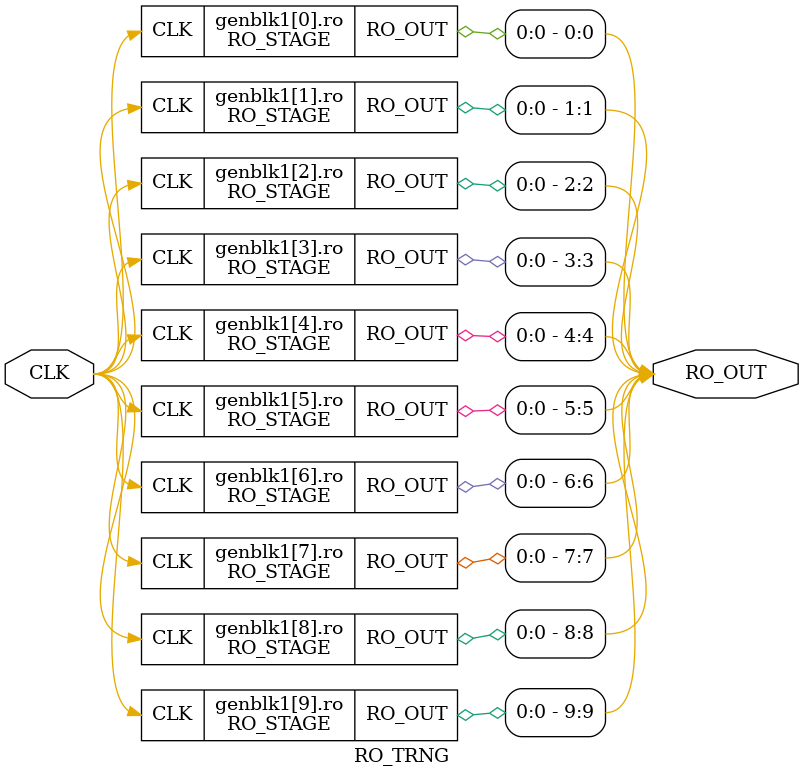
<source format=v>
module top(CLK_50, CLK_OSC_2, CM, CLK_inter, SPI_SS, SPI_MISO, SPI_SCLK, SPI_MOSI, FLASH_WP_n, FLASH_HOLD_n, LED, SEG, KEY, SW);
    /* FPGA Clocks */
    input wire CLK_50;
    input CLK_OSC_2;
    
    /* Chip Interconnect */
    input [7:0] CM;  // 8-bit signal

    // CM0 requires SSPI to be set as regular IO
    input CLK_inter;    // connects to PC0 of Xmega
    wire [9:0] ro_outputs;
    /* SPI & Flash - FPGA as master configuration - change as needed */
    output SPI_SS;            // SS port - connects to PC4
    input SPI_MISO;            // MISO port - connects to PC6
    output SPI_SCLK;        // SCLK port - connects to PC7
    output SPI_MOSI;        // SCLK port - connects to PC5
    output FLASH_WP_n;        // WP_n port - connects to PE2
    output FLASH_HOLD_n;    // HOLD_n port - connects to PE1
    
    /* FPGA User Interface */
    output reg [7:0] LED;    // yellow LEDs
    output [7:0] SEG;    // 7 segment display: light up = '0', no light = '1'
                        // SEG[6:0] lights up G,F,...,A sections, respectively
                        // SEG[7] lights up display point (DP)
    
    /* FPGA Button/Switch */
    input [2:0] KEY;    // key buttons
    input [9:0] SW;        // switches: switch up = '0', switch down = '1'
    
    // RO-based TRNG with ten 5-stage ROs. 


    // stages CHANGED TO 9 HERE
    RO_TRNG #(9, 10) ro_trng(.CLK(CLK_50), .RO_OUT(ro_outputs));

    /* FPGA GPIO - Add GPIOs based on HaHa manual*/
    always @(posedge CLK_inter) begin 
        LED = CM;
    end 
endmodule

//ring oscillator module
module RO_STAGE(input CLK, output RO_OUT);
    reg [4:0] ro_stage;
    always @(posedge CLK) begin
        ro_stage <= {ro_stage[3:0], ~ro_stage[4]};
    end
    assign RO_OUT = ro_stage[4];
endmodule

//ring oscilator true random number generator
module RO_TRNG #(parameter STAGE = 9, N = 10)(input CLK, output [N-1:0] RO_OUT);
    generate
        genvar i;
        for (i = 0; i < N; i = i + 1) begin
            RO_STAGE ro(.CLK(CLK), .RO_OUT(RO_OUT[i]));
        end
    endgenerate
endmodule
</source>
